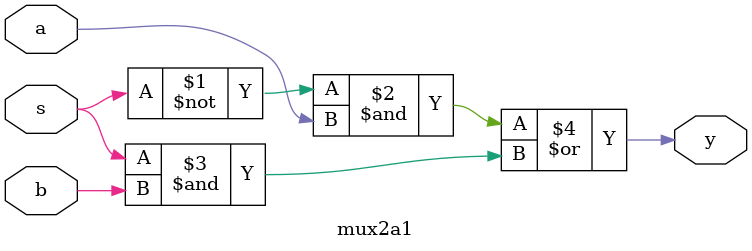
<source format=sv>
module mux2a1 (input logic a,b,s, output logic y);
 assign y = ~s & a  |  s & b;
endmodule 
</source>
